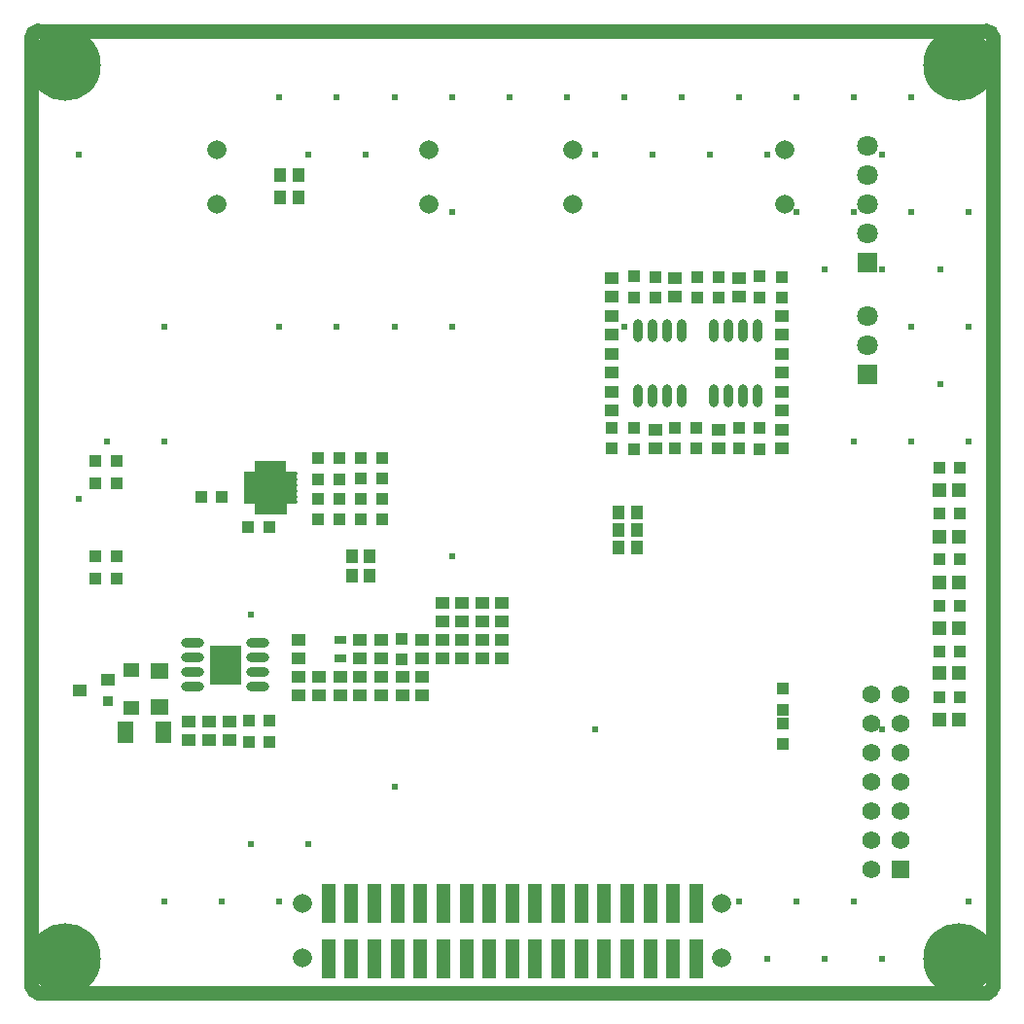
<source format=gbr>
G04*
G04 #@! TF.GenerationSoftware,Altium Limited,Altium Designer,24.1.2 (44)*
G04*
G04 Layer_Color=16711935*
%FSLAX44Y44*%
%MOMM*%
G71*
G04*
G04 #@! TF.SameCoordinates,1E1B0E3F-32AE-4E86-94FA-F8EE38DC9C5D*
G04*
G04*
G04 #@! TF.FilePolarity,Negative*
G04*
G01*
G75*
%ADD25C,1.2300*%
%ADD39R,0.9500X0.9000*%
%ADD70R,1.1032X1.0032*%
%ADD72R,1.1032X1.2032*%
%ADD74R,1.2032X1.1032*%
%ADD77R,1.0032X1.1032*%
%ADD79R,1.1532X1.1032*%
%ADD89O,0.8032X2.0032*%
%ADD99R,1.8032X1.8032*%
%ADD100C,1.8032*%
%ADD101C,1.6612*%
%ADD102C,1.5732*%
%ADD103R,1.5732X1.5732*%
%ADD104C,1.2032*%
%ADD105C,6.2032*%
%ADD106C,0.6032*%
%ADD136R,2.7178X3.4036*%
%ADD142R,2.6500X2.6500*%
%ADD143R,0.8048X0.2746*%
%ADD144R,0.2746X0.8048*%
%ADD147R,1.2032X3.4032*%
%ADD148R,1.3000X1.2000*%
%ADD149O,2.0032X0.8032*%
%ADD150R,1.4032X1.2032*%
%ADD151R,1.5032X1.3532*%
%ADD152R,1.4732X1.8542*%
%ADD153R,1.1032X0.8032*%
G36*
X200406Y468884D02*
Y459907D01*
X200385Y459886D01*
X191118D01*
Y431806D01*
X191149Y431775D01*
X200416D01*
Y422570D01*
X200385Y422539D01*
X228347D01*
X228358Y422527D01*
Y431772D01*
X228355Y431775D01*
X237504D01*
X237509Y431780D01*
Y459728D01*
X237493Y459744D01*
X228243D01*
X228256Y468851D01*
Y468895D01*
X200406Y468884D01*
D02*
G37*
D25*
X12006Y843650D02*
G03*
X6356Y838012I0J-5650D01*
G01*
X6356Y12000D02*
G03*
X11994Y6350I5650J0D01*
G01*
X838006Y6350D02*
G03*
X843656Y11988I0J5650D01*
G01*
X843656Y838000D02*
G03*
X838024Y843650I-5650J0D01*
G01*
X843656Y12000D02*
X843656Y837975D01*
X12024Y843650D02*
X838006Y843650D01*
X12006Y6350D02*
X837981Y6350D01*
X6356Y12025D02*
X6356Y838000D01*
D39*
X73003Y259997D02*
D03*
D70*
X660891Y240546D02*
D03*
X660890Y222388D02*
D03*
X660891Y252518D02*
D03*
X660892Y270676D02*
D03*
X195359Y224567D02*
D03*
X195360Y242726D02*
D03*
X213151Y224567D02*
D03*
X213153Y242726D02*
D03*
X328862Y314265D02*
D03*
X328861Y296106D02*
D03*
X255987Y417964D02*
D03*
X255988Y436123D02*
D03*
X274524Y417964D02*
D03*
X274525Y436123D02*
D03*
X293062Y418343D02*
D03*
X293063Y436502D02*
D03*
X311600Y418343D02*
D03*
X311601Y436502D02*
D03*
X311600Y453680D02*
D03*
X311601Y471838D02*
D03*
X255987Y453301D02*
D03*
X255988Y471460D02*
D03*
X274524Y453301D02*
D03*
X274525Y471460D02*
D03*
X293062Y453680D02*
D03*
X293063Y471838D02*
D03*
X511605Y479835D02*
D03*
X511607Y497994D02*
D03*
X585436D02*
D03*
X585435Y479835D02*
D03*
X622155Y497994D02*
D03*
X622154Y479835D02*
D03*
X640512Y479456D02*
D03*
X640513Y497615D02*
D03*
X530865Y479456D02*
D03*
X530866Y497615D02*
D03*
X566685Y497994D02*
D03*
X566684Y479835D02*
D03*
X640514Y629916D02*
D03*
X640513Y611757D02*
D03*
X659773Y611378D02*
D03*
X659774Y629537D02*
D03*
X604694Y611378D02*
D03*
X604695Y629537D02*
D03*
X585944Y611378D02*
D03*
X585945Y629537D02*
D03*
X549226D02*
D03*
X549225Y611378D02*
D03*
X530867Y629916D02*
D03*
X530866Y611757D02*
D03*
D72*
X238765Y698518D02*
D03*
X222765D02*
D03*
X238765Y718336D02*
D03*
X222765D02*
D03*
X517324Y393513D02*
D03*
X533325D02*
D03*
X533339Y409001D02*
D03*
X517339D02*
D03*
X517339Y424490D02*
D03*
X533339D02*
D03*
X285063Y369480D02*
D03*
X301063D02*
D03*
X285063Y385972D02*
D03*
X301063D02*
D03*
D74*
X142881Y241997D02*
D03*
Y225997D02*
D03*
X160674Y241997D02*
D03*
Y225997D02*
D03*
X178467Y241997D02*
D03*
Y225997D02*
D03*
X238704Y265102D02*
D03*
Y281102D02*
D03*
X310447D02*
D03*
Y265102D02*
D03*
X291909Y281102D02*
D03*
Y265102D02*
D03*
X275172D02*
D03*
Y281102D02*
D03*
X256635Y265102D02*
D03*
Y281102D02*
D03*
X329761Y265102D02*
D03*
Y281102D02*
D03*
X346390D02*
D03*
Y265102D02*
D03*
X363834Y329817D02*
D03*
Y345817D02*
D03*
X381278Y329817D02*
D03*
Y345817D02*
D03*
X398721Y329817D02*
D03*
Y345817D02*
D03*
X416165Y329817D02*
D03*
Y345817D02*
D03*
X416165Y297282D02*
D03*
Y313282D02*
D03*
X398721Y297282D02*
D03*
Y313282D02*
D03*
X381278Y297282D02*
D03*
Y313282D02*
D03*
X363834Y297282D02*
D03*
Y313282D02*
D03*
X292162Y297282D02*
D03*
Y313282D02*
D03*
X310700Y297282D02*
D03*
Y313282D02*
D03*
X346390Y297282D02*
D03*
Y313282D02*
D03*
X238957Y297282D02*
D03*
Y313282D02*
D03*
X659773Y529455D02*
D03*
Y513455D02*
D03*
Y546436D02*
D03*
Y562436D02*
D03*
Y579416D02*
D03*
Y595416D02*
D03*
X604694Y496475D02*
D03*
Y480475D02*
D03*
X659773Y496475D02*
D03*
Y480475D02*
D03*
X549225Y496475D02*
D03*
Y480475D02*
D03*
X511607Y513517D02*
D03*
Y529517D02*
D03*
Y546559D02*
D03*
Y562559D02*
D03*
Y595601D02*
D03*
Y579601D02*
D03*
X622155Y612397D02*
D03*
Y628397D02*
D03*
X566685D02*
D03*
Y612397D02*
D03*
X511607Y628397D02*
D03*
Y612397D02*
D03*
D77*
X796443Y263391D02*
D03*
X814602Y263390D02*
D03*
X796443Y303023D02*
D03*
X814602Y303022D02*
D03*
Y343358D02*
D03*
X796443Y343359D02*
D03*
X814602Y383342D02*
D03*
X796443Y383343D02*
D03*
X814602Y423326D02*
D03*
X796443Y423327D02*
D03*
Y463311D02*
D03*
X814602Y463310D02*
D03*
X80391Y469134D02*
D03*
X62232Y469135D02*
D03*
X80251Y449676D02*
D03*
X62092Y449677D02*
D03*
X80161Y386222D02*
D03*
X62002Y386223D02*
D03*
X80161Y366764D02*
D03*
X62002Y366765D02*
D03*
X153894Y438165D02*
D03*
X172053Y438164D02*
D03*
X195263Y411977D02*
D03*
X213422Y411976D02*
D03*
D79*
X73003Y278997D02*
D03*
X48003Y269497D02*
D03*
D89*
X572075Y526219D02*
D03*
X559375D02*
D03*
X546675D02*
D03*
X533975D02*
D03*
X572075Y582719D02*
D03*
X559375D02*
D03*
X546675D02*
D03*
X533975D02*
D03*
X600015Y582719D02*
D03*
X612715D02*
D03*
X625415D02*
D03*
X638115D02*
D03*
X600015Y526219D02*
D03*
X612715D02*
D03*
X625415D02*
D03*
X638115D02*
D03*
D99*
X734603Y642165D02*
D03*
Y544597D02*
D03*
D100*
Y667565D02*
D03*
Y692965D02*
D03*
Y718365D02*
D03*
Y743765D02*
D03*
Y569997D02*
D03*
Y595397D02*
D03*
D101*
X477503Y739997D02*
D03*
X662503D02*
D03*
X477503Y692497D02*
D03*
X662503D02*
D03*
X352503Y692497D02*
D03*
X167503D02*
D03*
X352503Y739997D02*
D03*
X167503D02*
D03*
X607503Y36197D02*
D03*
X242503Y83797D02*
D03*
X607503D02*
D03*
X242503Y36197D02*
D03*
D102*
X762703Y215397D02*
D03*
Y189997D02*
D03*
X737303Y266197D02*
D03*
X762703D02*
D03*
X737303Y240797D02*
D03*
X762703D02*
D03*
X737303Y215397D02*
D03*
Y189997D02*
D03*
Y164597D02*
D03*
X762703D02*
D03*
X737303Y139197D02*
D03*
X762703D02*
D03*
X737303Y113797D02*
D03*
D103*
X762703D02*
D03*
D104*
X19563Y52437D02*
D03*
X52443Y19557D02*
D03*
X19563D02*
D03*
X52443Y52437D02*
D03*
X59253Y35997D02*
D03*
X36003Y13137D02*
D03*
X12753Y35997D02*
D03*
X36003Y59247D02*
D03*
X797563Y52437D02*
D03*
X830443Y19557D02*
D03*
X797563D02*
D03*
X830443Y52437D02*
D03*
X837253Y35997D02*
D03*
X814003Y13137D02*
D03*
X790753Y35997D02*
D03*
X814003Y59247D02*
D03*
X19563Y830437D02*
D03*
X52443Y797557D02*
D03*
X19563D02*
D03*
X52443Y830437D02*
D03*
X59253Y813997D02*
D03*
X36003Y791137D02*
D03*
X12753Y813997D02*
D03*
X36003Y837247D02*
D03*
X797563Y830437D02*
D03*
X830443Y797557D02*
D03*
X797563D02*
D03*
X830443Y830437D02*
D03*
X837253Y813997D02*
D03*
X814003Y791137D02*
D03*
X790753Y813997D02*
D03*
X814003Y837247D02*
D03*
D105*
X36003Y35997D02*
D03*
X814003D02*
D03*
X36003Y813997D02*
D03*
X814003D02*
D03*
D106*
X836321Y843614D02*
D03*
X843620Y526780D02*
D03*
X6386Y35503D02*
D03*
X843620Y586779D02*
D03*
X6386Y645502D02*
D03*
Y425503D02*
D03*
Y405503D02*
D03*
X740856Y6379D02*
D03*
X250858D02*
D03*
X460857D02*
D03*
X660857D02*
D03*
X843620Y406780D02*
D03*
X316322Y843614D02*
D03*
X26323D02*
D03*
X730856Y6379D02*
D03*
X416322Y843614D02*
D03*
X6386Y335503D02*
D03*
X400857Y6379D02*
D03*
X843620Y306780D02*
D03*
X246322Y843614D02*
D03*
X496322D02*
D03*
X6386Y715502D02*
D03*
Y385503D02*
D03*
Y255503D02*
D03*
Y835502D02*
D03*
X843620Y156780D02*
D03*
X806321Y843614D02*
D03*
X430857Y6379D02*
D03*
X100858D02*
D03*
X736321Y843614D02*
D03*
X843620Y186780D02*
D03*
X66323Y843614D02*
D03*
X160858Y6379D02*
D03*
X6386Y545503D02*
D03*
X440857Y6379D02*
D03*
X280857D02*
D03*
X843620Y216780D02*
D03*
X396322Y843614D02*
D03*
X630857Y6379D02*
D03*
X366322Y843614D02*
D03*
X326322D02*
D03*
X6386Y305503D02*
D03*
X30858Y6379D02*
D03*
X390857D02*
D03*
X6386Y775502D02*
D03*
Y735502D02*
D03*
Y665502D02*
D03*
X470857Y6379D02*
D03*
X560857D02*
D03*
X843620Y616779D02*
D03*
X6386Y635502D02*
D03*
X126323Y843614D02*
D03*
X6386Y455503D02*
D03*
X96323Y843614D02*
D03*
X843620Y176780D02*
D03*
X6386Y355503D02*
D03*
X843620Y786779D02*
D03*
X700857Y6379D02*
D03*
X600857D02*
D03*
X716321Y843614D02*
D03*
X586322D02*
D03*
X843620Y366780D02*
D03*
Y556779D02*
D03*
X556322Y843614D02*
D03*
X610857Y6379D02*
D03*
X356322Y843614D02*
D03*
X843620Y86780D02*
D03*
X6386Y525503D02*
D03*
X670857Y6379D02*
D03*
X6386Y815502D02*
D03*
X843620Y276780D02*
D03*
Y66780D02*
D03*
X686321Y843614D02*
D03*
X20858Y6379D02*
D03*
X230858D02*
D03*
X6386Y595502D02*
D03*
X650857Y6379D02*
D03*
X843620Y566779D02*
D03*
X606322Y843614D02*
D03*
X780856Y6379D02*
D03*
X526322Y843614D02*
D03*
X210858Y6379D02*
D03*
X450857D02*
D03*
X6386Y795502D02*
D03*
X150858Y6379D02*
D03*
X843620Y476780D02*
D03*
X216322Y843614D02*
D03*
X816321D02*
D03*
X6386Y465503D02*
D03*
X260857Y6379D02*
D03*
X843620Y16781D02*
D03*
X6386Y535503D02*
D03*
X843620Y426780D02*
D03*
X6386Y625502D02*
D03*
X380857Y6379D02*
D03*
X590857D02*
D03*
X12233Y843614D02*
D03*
X843620Y416780D02*
D03*
Y686779D02*
D03*
X506322Y843614D02*
D03*
X6386Y165503D02*
D03*
X843620Y316780D02*
D03*
X386322Y843614D02*
D03*
X6386Y435503D02*
D03*
X770856Y6379D02*
D03*
X320857D02*
D03*
X843620Y726779D02*
D03*
Y266780D02*
D03*
X540857Y6379D02*
D03*
X536322Y843614D02*
D03*
X170858Y6379D02*
D03*
X830856D02*
D03*
X843620Y706779D02*
D03*
X6386Y225503D02*
D03*
X240858Y6379D02*
D03*
X843620Y806779D02*
D03*
X6386Y125503D02*
D03*
X843620Y146780D02*
D03*
Y126780D02*
D03*
Y206780D02*
D03*
X6386Y825502D02*
D03*
Y565503D02*
D03*
X156323Y843614D02*
D03*
X136323D02*
D03*
X790856Y6379D02*
D03*
X86323Y843614D02*
D03*
X6386Y765502D02*
D03*
X290857Y6379D02*
D03*
X6386Y185503D02*
D03*
Y275503D02*
D03*
X436322Y843614D02*
D03*
X576322D02*
D03*
X820856Y6379D02*
D03*
X286322Y843614D02*
D03*
X843620Y356780D02*
D03*
X550857Y6379D02*
D03*
X843620Y576779D02*
D03*
X746321Y843614D02*
D03*
X546322D02*
D03*
X843620Y196780D02*
D03*
X370857Y6379D02*
D03*
X426322Y843614D02*
D03*
X6386Y785502D02*
D03*
Y745502D02*
D03*
X676322Y843614D02*
D03*
X306322D02*
D03*
X276322D02*
D03*
X186322D02*
D03*
X106323D02*
D03*
X6386Y575502D02*
D03*
X843620Y646779D02*
D03*
Y776779D02*
D03*
X330857Y6379D02*
D03*
X843620Y226780D02*
D03*
Y346780D02*
D03*
Y746779D02*
D03*
X616322Y843614D02*
D03*
X376322D02*
D03*
X796321D02*
D03*
X346322D02*
D03*
X176323D02*
D03*
X70858Y6379D02*
D03*
X6386Y615502D02*
D03*
X266322Y843614D02*
D03*
X340857Y6379D02*
D03*
X843620Y246780D02*
D03*
Y736779D02*
D03*
X110858Y6379D02*
D03*
X6386Y95503D02*
D03*
X843620Y436780D02*
D03*
X656322Y843614D02*
D03*
X480857Y6379D02*
D03*
X843620Y456780D02*
D03*
X296322Y843614D02*
D03*
X760856Y6379D02*
D03*
X510857D02*
D03*
X843620Y626779D02*
D03*
Y756779D02*
D03*
X80858Y6379D02*
D03*
X696321Y843614D02*
D03*
X46323D02*
D03*
X6386Y175503D02*
D03*
X350857Y6379D02*
D03*
X843620Y466780D02*
D03*
X776321Y843614D02*
D03*
X420857Y6379D02*
D03*
X843620Y336780D02*
D03*
X6386Y485503D02*
D03*
X843620Y166780D02*
D03*
X6386Y85503D02*
D03*
X336322Y843614D02*
D03*
X6386Y695502D02*
D03*
Y755502D02*
D03*
X486322Y843614D02*
D03*
X6386Y705502D02*
D03*
X200858Y6379D02*
D03*
X500857D02*
D03*
X6386Y585502D02*
D03*
X50858Y6379D02*
D03*
X620857D02*
D03*
X843620Y296780D02*
D03*
Y116780D02*
D03*
Y796779D02*
D03*
Y506780D02*
D03*
X726321Y843614D02*
D03*
X456322D02*
D03*
X843620Y816779D02*
D03*
Y596779D02*
D03*
X786321Y843614D02*
D03*
X636322D02*
D03*
X6386Y45504D02*
D03*
X466322Y843614D02*
D03*
X843620Y46780D02*
D03*
X490857Y6379D02*
D03*
X6386Y265503D02*
D03*
Y15504D02*
D03*
X843620Y516780D02*
D03*
X566322Y843614D02*
D03*
X166323D02*
D03*
X6386Y605502D02*
D03*
X180858Y6379D02*
D03*
X6386Y155503D02*
D03*
Y105503D02*
D03*
X843620Y36780D02*
D03*
X236322Y843614D02*
D03*
X6386Y395503D02*
D03*
Y725502D02*
D03*
Y515503D02*
D03*
Y805502D02*
D03*
Y75503D02*
D03*
X646322Y843614D02*
D03*
X6386Y135503D02*
D03*
Y145503D02*
D03*
X640857Y6379D02*
D03*
X843620Y26781D02*
D03*
X360857Y6379D02*
D03*
X6386Y445503D02*
D03*
X843620Y106780D02*
D03*
X406322Y843614D02*
D03*
X256322D02*
D03*
X6386Y365503D02*
D03*
X190858Y6379D02*
D03*
X666322Y843614D02*
D03*
X6386Y295503D02*
D03*
X843620Y396780D02*
D03*
X6386Y345503D02*
D03*
X843620Y536779D02*
D03*
X60858Y6379D02*
D03*
X843620Y666779D02*
D03*
X570857Y6379D02*
D03*
X766321Y843614D02*
D03*
X56323D02*
D03*
X6386Y505503D02*
D03*
X530857Y6379D02*
D03*
X6386Y65504D02*
D03*
X270857Y6379D02*
D03*
X196322Y843614D02*
D03*
X76323D02*
D03*
X843620Y256780D02*
D03*
X6386Y495503D02*
D03*
X843620Y286780D02*
D03*
Y326780D02*
D03*
Y376780D02*
D03*
Y446780D02*
D03*
X626322Y843614D02*
D03*
X300857Y6379D02*
D03*
X6386Y55504D02*
D03*
X690857Y6379D02*
D03*
X843620Y56780D02*
D03*
Y546779D02*
D03*
Y606779D02*
D03*
X520857Y6379D02*
D03*
X750856D02*
D03*
X840824Y7179D02*
D03*
X843620Y826779D02*
D03*
X6386Y315503D02*
D03*
X800856Y6379D02*
D03*
X706321Y843614D02*
D03*
X40858Y6379D02*
D03*
X446322Y843614D02*
D03*
X843620Y696779D02*
D03*
X410857Y6379D02*
D03*
X206322Y843614D02*
D03*
X10860Y6560D02*
D03*
X843620Y656779D02*
D03*
Y716779D02*
D03*
X680857Y6379D02*
D03*
X6386Y555503D02*
D03*
X580857Y6379D02*
D03*
X843620Y676779D02*
D03*
X826321Y843614D02*
D03*
X843620Y76780D02*
D03*
Y836779D02*
D03*
X36323Y843614D02*
D03*
X843620Y136780D02*
D03*
X6386Y285503D02*
D03*
X146323Y843614D02*
D03*
X6386Y685502D02*
D03*
X226322Y843614D02*
D03*
X310857Y6379D02*
D03*
X843620Y96780D02*
D03*
Y766779D02*
D03*
X476322Y843614D02*
D03*
X810856Y6379D02*
D03*
X843620Y636779D02*
D03*
X120858Y6379D02*
D03*
X116323Y843614D02*
D03*
X756321D02*
D03*
X6386Y325503D02*
D03*
X90858Y6379D02*
D03*
X6386Y25503D02*
D03*
X220858Y6379D02*
D03*
X843620Y386780D02*
D03*
X516322Y843614D02*
D03*
X140858Y6379D02*
D03*
X6386Y655502D02*
D03*
Y115503D02*
D03*
Y375503D02*
D03*
Y215503D02*
D03*
Y475503D02*
D03*
X843620Y236780D02*
D03*
X596322Y843614D02*
D03*
X6386Y245503D02*
D03*
Y235503D02*
D03*
Y415503D02*
D03*
Y675502D02*
D03*
Y205503D02*
D03*
Y195503D02*
D03*
X130858Y6379D02*
D03*
X710856D02*
D03*
X720856D02*
D03*
X843620Y486780D02*
D03*
Y496780D02*
D03*
X822286Y685782D02*
D03*
X797286Y635782D02*
D03*
X822286Y585782D02*
D03*
X797286Y535782D02*
D03*
X822286Y485782D02*
D03*
Y85782D02*
D03*
X772286Y785782D02*
D03*
X747286Y735782D02*
D03*
X772286Y685782D02*
D03*
X747286Y635782D02*
D03*
X772286Y585782D02*
D03*
Y485782D02*
D03*
X747286Y235782D02*
D03*
Y35782D02*
D03*
X722286Y785782D02*
D03*
Y685782D02*
D03*
X697286Y635782D02*
D03*
X722286Y485782D02*
D03*
Y85782D02*
D03*
X697286Y35782D02*
D03*
X672286Y785782D02*
D03*
X647286Y735782D02*
D03*
X672286Y685782D02*
D03*
Y85782D02*
D03*
X647286Y35782D02*
D03*
X622286Y785782D02*
D03*
X597286Y735782D02*
D03*
X622286Y85782D02*
D03*
X572286Y785782D02*
D03*
X547286Y735782D02*
D03*
X522286Y785782D02*
D03*
X497286Y735782D02*
D03*
X522286Y585782D02*
D03*
X497286Y235782D02*
D03*
X472286Y785782D02*
D03*
X422286D02*
D03*
X372286D02*
D03*
Y685782D02*
D03*
Y585782D02*
D03*
Y385782D02*
D03*
X322286Y785782D02*
D03*
X297286Y735782D02*
D03*
X322286Y585782D02*
D03*
Y185782D02*
D03*
X272286Y785782D02*
D03*
X247286Y735782D02*
D03*
X272286Y585782D02*
D03*
X247286Y135782D02*
D03*
X222286Y785782D02*
D03*
Y585782D02*
D03*
X197286Y335782D02*
D03*
Y135782D02*
D03*
X222286Y85782D02*
D03*
X172286D02*
D03*
X122286Y585782D02*
D03*
Y485782D02*
D03*
Y85782D02*
D03*
X47286Y735782D02*
D03*
X72286Y485782D02*
D03*
X47286Y435782D02*
D03*
D136*
X175134Y291299D02*
D03*
D142*
X214379Y445767D02*
D03*
D143*
X195355Y458267D02*
D03*
Y453267D02*
D03*
Y448267D02*
D03*
Y443267D02*
D03*
Y438267D02*
D03*
Y433267D02*
D03*
X233403D02*
D03*
Y438267D02*
D03*
Y443267D02*
D03*
Y448267D02*
D03*
Y453267D02*
D03*
Y458267D02*
D03*
D144*
X201879Y426743D02*
D03*
X206879D02*
D03*
X211879D02*
D03*
X216879D02*
D03*
X221879D02*
D03*
X226879D02*
D03*
Y464791D02*
D03*
X221879D02*
D03*
X216879D02*
D03*
X211879D02*
D03*
X206879D02*
D03*
X201879D02*
D03*
D147*
X585003Y35997D02*
D03*
Y83997D02*
D03*
X565003Y35997D02*
D03*
Y83997D02*
D03*
X545003Y35997D02*
D03*
Y83997D02*
D03*
X525003Y35997D02*
D03*
Y83997D02*
D03*
X505003Y35997D02*
D03*
Y83997D02*
D03*
X485003Y35997D02*
D03*
Y83997D02*
D03*
X465003Y35997D02*
D03*
Y83997D02*
D03*
X445003Y35997D02*
D03*
Y83997D02*
D03*
X425003Y35997D02*
D03*
Y83997D02*
D03*
X405003Y35997D02*
D03*
Y83997D02*
D03*
X385003Y35997D02*
D03*
Y83997D02*
D03*
X365003Y35997D02*
D03*
Y83997D02*
D03*
X345003Y35997D02*
D03*
Y83997D02*
D03*
X325003Y35997D02*
D03*
Y83997D02*
D03*
X305003Y35997D02*
D03*
Y83997D02*
D03*
X285003Y35997D02*
D03*
Y83997D02*
D03*
X265003Y35997D02*
D03*
Y83997D02*
D03*
D148*
X796906Y243634D02*
D03*
X813906D02*
D03*
X797179Y284481D02*
D03*
X814179D02*
D03*
X797142Y323457D02*
D03*
X814142D02*
D03*
X814179Y363475D02*
D03*
X797179D02*
D03*
X797142Y403425D02*
D03*
X814142D02*
D03*
X797142Y443409D02*
D03*
X814142D02*
D03*
D149*
X146881Y272555D02*
D03*
Y285255D02*
D03*
Y297955D02*
D03*
Y310655D02*
D03*
X203381Y272555D02*
D03*
Y285255D02*
D03*
Y297955D02*
D03*
Y310655D02*
D03*
D150*
X93003Y253977D02*
D03*
Y287017D02*
D03*
D151*
X118003Y254997D02*
D03*
Y285997D02*
D03*
D152*
X88493Y232996D02*
D03*
X121513D02*
D03*
D153*
X275425Y297034D02*
D03*
Y313034D02*
D03*
M02*

</source>
